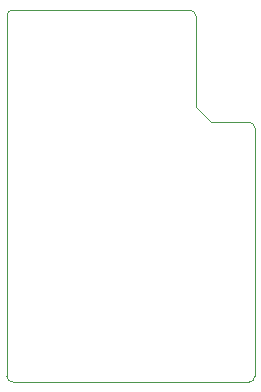
<source format=gbr>
%TF.GenerationSoftware,KiCad,Pcbnew,(6.0.7)*%
%TF.CreationDate,2022-10-02T18:15:39+02:00*%
%TF.ProjectId,k1-aioc,6b312d61-696f-4632-9e6b-696361645f70,rev?*%
%TF.SameCoordinates,Original*%
%TF.FileFunction,Profile,NP*%
%FSLAX46Y46*%
G04 Gerber Fmt 4.6, Leading zero omitted, Abs format (unit mm)*
G04 Created by KiCad (PCBNEW (6.0.7)) date 2022-10-02 18:15:39*
%MOMM*%
%LPD*%
G01*
G04 APERTURE LIST*
%TA.AperFunction,Profile*%
%ADD10C,0.100000*%
%TD*%
G04 APERTURE END LIST*
D10*
X119500000Y-88250000D02*
X119500000Y-80500000D01*
X103500000Y-111000000D02*
X103500000Y-80500000D01*
X120750000Y-89500000D02*
X124000000Y-89500000D01*
X124500000Y-90000000D02*
X124500000Y-111000000D01*
X124000000Y-111500000D02*
X104000000Y-111500000D01*
X124000000Y-111500000D02*
G75*
G03*
X124500000Y-111000000I0J500000D01*
G01*
X120750000Y-89500000D02*
X119500000Y-88250000D01*
X106000000Y-80000000D02*
X119000000Y-80000000D01*
X119500000Y-80500000D02*
G75*
G03*
X119000000Y-80000000I-500000J0D01*
G01*
X124500000Y-90000000D02*
G75*
G03*
X124000000Y-89500000I-500000J0D01*
G01*
X103500000Y-111000000D02*
G75*
G03*
X104000000Y-111500000I500000J0D01*
G01*
X106000000Y-80000000D02*
X104000000Y-80000000D01*
X104000000Y-80000000D02*
G75*
G03*
X103500000Y-80500000I0J-500000D01*
G01*
M02*

</source>
